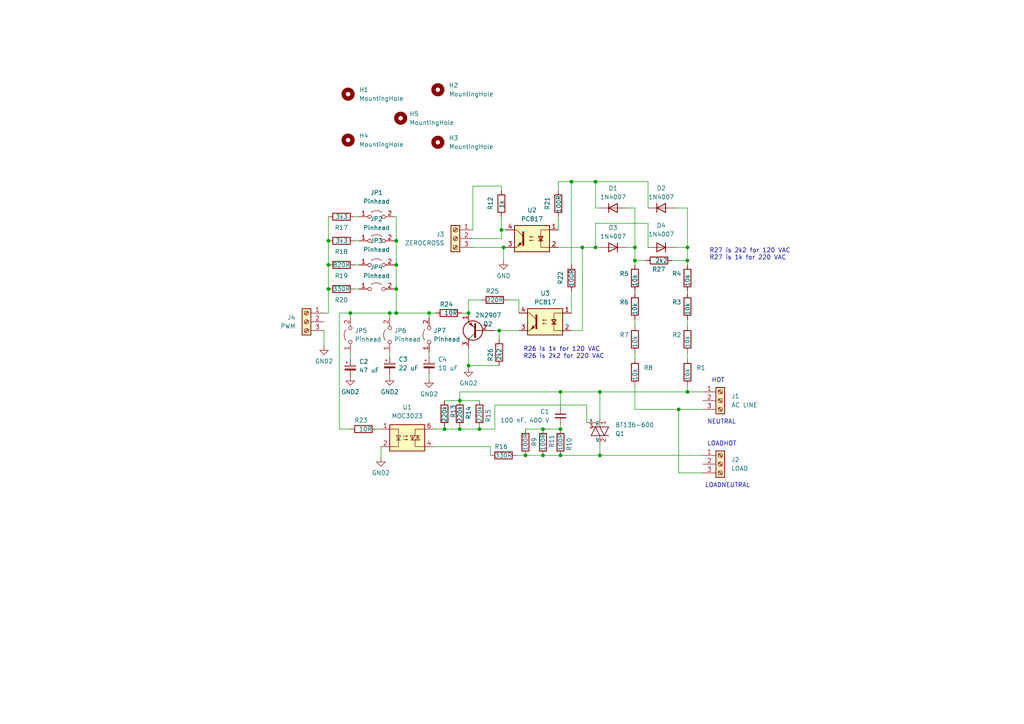
<source format=kicad_sch>
(kicad_sch (version 20230121) (generator eeschema)
  (paper "A4")
  (lib_symbols
    (symbol "Connector:Screw_Terminal_01x03" (pin_names (offset 1.016) hide)
      (property "Reference" "J" (at 0 5.08 0))
      (property "Value" "Screw_Terminal_01x03" (at 0 -5.08 0))
      (symbol "Screw_Terminal_01x03_1_1"
        (rectangle (start -1.27 3.81) (end 1.27 -3.81) (stroke (width 0.254)) (fill (type background)))
        (circle (center 0 -2.54) (radius 0.635) (stroke (width 0.1524)))
        (polyline (pts (xy -0.5334 -2.2098) (xy 0.3302 -3.048)) (stroke (width 0.1524)))
        (polyline (pts (xy -0.5334 0.3302) (xy 0.3302 -0.508)) (stroke (width 0.1524)))
        (polyline (pts (xy -0.5334 2.8702) (xy 0.3302 2.032)) (stroke (width 0.1524)))
        (polyline (pts (xy -0.3556 -2.032) (xy 0.508 -2.8702)) (stroke (width 0.1524)))
        (polyline (pts (xy -0.3556 0.508) (xy 0.508 -0.3302)) (stroke (width 0.1524)))
        (polyline (pts (xy -0.3556 3.048) (xy 0.508 2.2098)) (stroke (width 0.1524)))
        (circle (center 0 0) (radius 0.635) (stroke (width 0.1524)))
        (circle (center 0 2.54) (radius 0.635) (stroke (width 0.1524)))
        (pin passive line (at -5.08 2.54 0) (length 3.81) (name "Pin_1") (number "1"))
        (pin passive line (at -5.08 0 0) (length 3.81) (name "Pin_2") (number "2"))
        (pin passive line (at -5.08 -2.54 0) (length 3.81) (name "Pin_3") (number "3"))
      )
    )
    (symbol "Device:C_Polarized_Small" (pin_numbers hide) (pin_names (offset 0.254) hide)
      (property "Reference" "C" (at 0.254 1.778 0))
      (property "Value" "C_Polarized_Small" (at 0.254 -2.032 0))
      (symbol "C_Polarized_Small_0_1"
        (rectangle (start -1.524 -0.3048) (end 1.524 -0.6858) (fill (type outline)))
        (rectangle (start -1.524 0.6858) (end 1.524 0.3048))
        (polyline (pts (xy -1.27 1.524) (xy -0.762 1.524)))
        (polyline (pts (xy -1.016 1.27) (xy -1.016 1.778)))
      )
      (symbol "C_Polarized_Small_1_1"
        (pin passive line (at 0 2.54 270) (length 1.8542) (name "~") (number "1"))
        (pin passive line (at 0 -2.54 90) (length 1.8542) (name "~") (number "2"))
      )
    )
    (symbol "Device:C_Small" (pin_numbers hide) (pin_names (offset 0.254) hide)
      (property "Reference" "C" (at 0.254 1.778 0))
      (property "Value" "C_Small" (at 0.254 -2.032 0))
      (symbol "C_Small_0_1"
        (polyline (pts (xy -1.524 -0.508) (xy 1.524 -0.508)) (stroke (width 0.3302)))
        (polyline (pts (xy -1.524 0.508) (xy 1.524 0.508)) (stroke (width 0.3048)))
      )
      (symbol "C_Small_1_1"
        (pin passive line (at 0 2.54 270) (length 2.032) (name "~") (number "1"))
        (pin passive line (at 0 -2.54 90) (length 2.032) (name "~") (number "2"))
      )
    )
    (symbol "Device:R" (pin_numbers hide) (pin_names (offset 0))
      (property "Reference" "R" (at 2.032 0 90))
      (property "Value" "R" (at 0 0 90))
      (symbol "R_0_1"
        (rectangle (start -1.016 -2.54) (end 1.016 2.54) (stroke (width 0.254)))
      )
      (symbol "R_1_1"
        (pin passive line (at 0 3.81 270) (length 1.27) (name "~") (number "1"))
        (pin passive line (at 0 -3.81 90) (length 1.27) (name "~") (number "2"))
      )
    )
    (symbol "Diode:1N4007" (pin_numbers hide) (pin_names hide)
      (property "Reference" "D" (at 0 2.54 0))
      (property "Value" "1N4007" (at 0 -2.54 0))
      (symbol "1N4007_0_1"
        (polyline (pts (xy -1.27 1.27) (xy -1.27 -1.27)) (stroke (width 0.254)))
        (polyline (pts (xy 1.27 0) (xy -1.27 0)))
        (polyline (pts (xy 1.27 1.27) (xy 1.27 -1.27) (xy -1.27 0) (xy 1.27 1.27)) (stroke (width 0.254)))
      )
      (symbol "1N4007_1_1"
        (pin passive line (at -3.81 0 0) (length 2.54) (name "K") (number "1"))
        (pin passive line (at 3.81 0 180) (length 2.54) (name "A") (number "2"))
      )
    )
    (symbol "Isolator:PC817" (pin_names (offset 1.016))
      (property "Reference" "U" (at -5.08 5.08 0))
      (property "Value" "PC817" (at 0 5.08 0))
      (symbol "PC817_0_1"
        (rectangle (start -5.08 3.81) (end 5.08 -3.81) (stroke (width 0.254)) (fill (type background)))
        (polyline (pts (xy -3.175 -0.635) (xy -1.905 -0.635)) (stroke (width 0.254)))
        (polyline (pts (xy 2.54 0.635) (xy 4.445 2.54)))
        (polyline (pts (xy 4.445 -2.54) (xy 2.54 -0.635)) (fill (type outline)))
        (polyline (pts (xy 4.445 -2.54) (xy 5.08 -2.54)))
        (polyline (pts (xy 4.445 2.54) (xy 5.08 2.54)))
        (polyline (pts (xy -5.08 2.54) (xy -2.54 2.54) (xy -2.54 -0.635)))
        (polyline (pts (xy -2.54 -0.635) (xy -2.54 -2.54) (xy -5.08 -2.54)))
        (polyline (pts (xy 2.54 1.905) (xy 2.54 -1.905) (xy 2.54 -1.905)) (stroke (width 0.508)))
        (polyline (pts (xy -2.54 -0.635) (xy -3.175 0.635) (xy -1.905 0.635) (xy -2.54 -0.635)) (stroke (width 0.254)))
        (polyline (pts (xy -0.508 -0.508) (xy 0.762 -0.508) (xy 0.381 -0.635) (xy 0.381 -0.381) (xy 0.762 -0.508)))
        (polyline (pts (xy -0.508 0.508) (xy 0.762 0.508) (xy 0.381 0.381) (xy 0.381 0.635) (xy 0.762 0.508)))
        (polyline (pts (xy 3.048 -1.651) (xy 3.556 -1.143) (xy 4.064 -2.159) (xy 3.048 -1.651) (xy 3.048 -1.651)) (fill (type outline)))
      )
      (symbol "PC817_1_1"
        (pin passive line (at -7.62 2.54 0) (length 2.54) (name "~") (number "1"))
        (pin passive line (at -7.62 -2.54 0) (length 2.54) (name "~") (number "2"))
        (pin passive line (at 7.62 -2.54 180) (length 2.54) (name "~") (number "3"))
        (pin passive line (at 7.62 2.54 180) (length 2.54) (name "~") (number "4"))
      )
    )
    (symbol "Jumper:Jumper_2_Open" (pin_names (offset 0) hide)
      (property "Reference" "JP" (at 0 2.794 0))
      (property "Value" "Jumper_2_Open" (at 0 -2.286 0))
      (symbol "Jumper_2_Open_0_0"
        (circle (center -2.032 0) (radius 0.508))
        (circle (center 2.032 0) (radius 0.508))
      )
      (symbol "Jumper_2_Open_0_1"
        (arc (start 1.524 1.27) (mid 0 1.778) (end -1.524 1.27))
      )
      (symbol "Jumper_2_Open_1_1"
        (pin passive line (at -5.08 0 0) (length 2.54) (name "A") (number "1"))
        (pin passive line (at 5.08 0 180) (length 2.54) (name "B") (number "2"))
      )
    )
    (symbol "Mechanical:MountingHole" (pin_names (offset 1.016))
      (property "Reference" "H" (at 0 5.08 0))
      (property "Value" "MountingHole" (at 0 3.175 0))
      (symbol "MountingHole_0_1"
        (circle (center 0 0) (radius 1.27) (stroke (width 1.27)))
      )
    )
    (symbol "Relay_SolidState:MOC3020M"
      (property "Reference" "U" (at -5.334 4.826 0))
      (property "Value" "MOC3020M" (at 0 5.08 0))
      (symbol "MOC3020M_0_1"
        (rectangle (start -5.08 3.81) (end 5.08 -3.81) (stroke (width 0.254)) (fill (type background)))
        (polyline (pts (xy -3.175 -0.635) (xy -1.905 -0.635)))
        (polyline (pts (xy 1.524 -0.635) (xy 1.524 0.635)))
        (polyline (pts (xy 3.048 0.635) (xy 3.048 -0.635)))
        (polyline (pts (xy 2.286 -0.635) (xy 2.286 -2.54) (xy 5.08 -2.54)))
        (polyline (pts (xy 2.286 0.635) (xy 2.286 2.54) (xy 5.08 2.54)))
        (polyline (pts (xy -5.08 2.54) (xy -2.54 2.54) (xy -2.54 -2.54) (xy -5.08 -2.54)))
        (polyline (pts (xy -2.54 -0.635) (xy -3.175 0.635) (xy -1.905 0.635) (xy -2.54 -0.635)))
        (polyline (pts (xy 0.889 -0.635) (xy 3.683 -0.635) (xy 3.048 0.635) (xy 2.413 -0.635)))
        (polyline (pts (xy 3.683 0.635) (xy 0.889 0.635) (xy 1.524 -0.635) (xy 2.159 0.635)))
        (polyline (pts (xy -1.143 -0.508) (xy 0.127 -0.508) (xy -0.254 -0.635) (xy -0.254 -0.381) (xy 0.127 -0.508)))
        (polyline (pts (xy -1.143 0.508) (xy 0.127 0.508) (xy -0.254 0.381) (xy -0.254 0.635) (xy 0.127 0.508)))
      )
      (symbol "MOC3020M_1_1"
        (pin passive line (at -7.62 2.54 0) (length 2.54) (name "~") (number "1"))
        (pin passive line (at -7.62 -2.54 0) (length 2.54) (name "~") (number "2"))
        (pin no_connect line (at -5.08 0 0) (length 2.54) hide (name "NC") (number "3"))
        (pin passive line (at 7.62 -2.54 180) (length 2.54) (name "~") (number "4"))
        (pin no_connect line (at 5.08 0 180) (length 2.54) hide (name "NC") (number "5"))
        (pin passive line (at 7.62 2.54 180) (length 2.54) (name "~") (number "6"))
      )
    )
    (symbol "Transistor_BJT:2N3906" (pin_names (offset 0) hide)
      (property "Reference" "Q" (at 5.08 1.905 0))
      (property "Value" "2N3906" (at 5.08 0 0))
      (symbol "2N3906_0_1"
        (polyline (pts (xy 0.635 0.635) (xy 2.54 2.54)))
        (polyline (pts (xy 0.635 -0.635) (xy 2.54 -2.54) (xy 2.54 -2.54)))
        (polyline (pts (xy 0.635 1.905) (xy 0.635 -1.905) (xy 0.635 -1.905)) (stroke (width 0.508)))
        (polyline (pts (xy 2.286 -1.778) (xy 1.778 -2.286) (xy 1.27 -1.27) (xy 2.286 -1.778) (xy 2.286 -1.778)) (fill (type outline)))
        (circle (center 1.27 0) (radius 2.8194) (stroke (width 0.254)))
      )
      (symbol "2N3906_1_1"
        (pin passive line (at 2.54 -5.08 90) (length 2.54) (name "E") (number "1"))
        (pin input line (at -5.08 0 0) (length 5.715) (name "B") (number "2"))
        (pin passive line (at 2.54 5.08 270) (length 2.54) (name "C") (number "3"))
      )
    )
    (symbol "Triac_Thyristor:BT136-600" (pin_names (offset 0))
      (property "Reference" "Q" (at 5.08 1.905 0))
      (property "Value" "BT136-600" (at 5.08 0 0))
      (symbol "BT136-600_0_1"
        (polyline (pts (xy -2.54 -1.27) (xy 2.54 -1.27)) (stroke (width 0.2032)))
        (polyline (pts (xy -2.54 1.27) (xy 2.54 1.27)) (stroke (width 0.2032)))
        (polyline (pts (xy -1.27 -2.54) (xy -0.635 -1.27)))
        (polyline (pts (xy -2.54 1.27) (xy -1.27 -1.27) (xy 0 1.27)) (stroke (width 0.2032)))
        (polyline (pts (xy 0 -1.27) (xy 1.27 1.27) (xy 2.54 -1.27)) (stroke (width 0.2032)))
      )
      (symbol "BT136-600_1_1"
        (pin passive line (at 0 -3.81 90) (length 2.54) (name "A1") (number "1"))
        (pin passive line (at 0 3.81 270) (length 2.54) (name "A2") (number "2"))
        (pin input line (at -3.81 -2.54 0) (length 2.54) (name "G") (number "3"))
      )
    )
    (symbol "power:GND" (power) (pin_names (offset 0))
      (property "Value" "GND" (at 0 -3.81 0))
      (symbol "GND_0_1"
        (polyline (pts (xy 0 0) (xy 0 -1.27) (xy 1.27 -1.27) (xy 0 -2.54) (xy -1.27 -1.27) (xy 0 -1.27)))
      )
      (symbol "GND_1_1"
        (pin power_in line (at 0 0 270) (length 0) hide (name "GND") (number "1"))
      )
    )
    (symbol "power:GND2" (power) (pin_names (offset 0))
      (property "Value" "GND2" (at 0 -3.81 0))
      (symbol "GND2_0_1"
        (polyline (pts (xy 0 0) (xy 0 -1.27) (xy 1.27 -1.27) (xy 0 -2.54) (xy -1.27 -1.27) (xy 0 -1.27)))
      )
      (symbol "GND2_1_1"
        (pin power_in line (at 0 0 270) (length 0) hide (name "GND2") (number "1"))
      )
    )
  )
  (junction (at 135.89 90.805))
  (junction (at 114.935 76.835))
  (junction (at 135.89 106.045))
  (junction (at 95.25 76.835))
  (junction (at 113.03 90.805))
  (junction (at 199.39 113.665))
  (junction (at 145.415 66.675))
  (junction (at 144.78 95.885))
  (junction (at 172.72 52.705))
  (junction (at 128.905 124.46))
  (junction (at 199.39 71.755))
  (junction (at 184.15 75.565))
  (junction (at 152.4 132.08))
  (junction (at 168.91 71.755))
  (junction (at 173.99 132.08))
  (junction (at 173.99 113.665))
  (junction (at 162.56 124.46))
  (junction (at 114.935 69.85))
  (junction (at 199.39 75.565))
  (junction (at 184.15 71.755))
  (junction (at 165.735 52.705))
  (junction (at 101.6 90.805))
  (junction (at 95.25 83.82))
  (junction (at 139.065 124.46))
  (junction (at 146.05 71.755))
  (junction (at 196.85 118.745))
  (junction (at 172.72 71.755))
  (junction (at 162.56 132.08))
  (junction (at 157.48 124.46))
  (junction (at 133.35 116.205))
  (junction (at 157.48 132.08))
  (junction (at 124.46 90.805))
  (junction (at 114.935 90.805))
  (junction (at 162.56 113.665))
  (junction (at 95.25 69.85))
  (junction (at 114.935 83.82))
  (junction (at 133.35 124.46))
  (wire (pts (xy 124.46 108.585) (xy 124.46 109.855)))
  (wire (pts (xy 194.945 75.565) (xy 199.39 75.565)))
  (wire (pts (xy 102.87 83.82) (xy 104.14 83.82)))
  (wire (pts (xy 195.58 71.755) (xy 199.39 71.755)))
  (wire (pts (xy 170.18 122.555) (xy 170.18 117.475)))
  (wire (pts (xy 135.89 86.995) (xy 139.7 86.995)))
  (wire (pts (xy 199.39 102.235) (xy 199.39 104.14)))
  (wire (pts (xy 137.16 69.215) (xy 145.415 69.215)))
  (wire (pts (xy 150.495 86.995) (xy 147.32 86.995)))
  (wire (pts (xy 135.89 106.045) (xy 135.89 106.68)))
  (wire (pts (xy 109.22 124.46) (xy 110.49 124.46)))
  (wire (pts (xy 172.72 60.325) (xy 172.72 52.705)))
  (wire (pts (xy 139.065 124.46) (xy 143.51 124.46)))
  (wire (pts (xy 101.6 90.805) (xy 101.6 92.075)))
  (wire (pts (xy 145.415 66.675) (xy 146.685 66.675)))
  (wire (pts (xy 184.15 60.325) (xy 181.61 60.325)))
  (wire (pts (xy 199.39 71.755) (xy 199.39 75.565)))
  (wire (pts (xy 114.935 76.835) (xy 114.3 76.835)))
  (wire (pts (xy 161.925 55.245) (xy 161.925 52.705)))
  (wire (pts (xy 143.51 95.885) (xy 144.78 95.885)))
  (wire (pts (xy 124.46 102.235) (xy 124.46 103.505)))
  (wire (pts (xy 199.39 113.665) (xy 203.835 113.665)))
  (wire (pts (xy 199.39 75.565) (xy 199.39 76.835)))
  (wire (pts (xy 168.91 95.885) (xy 165.735 95.885)))
  (wire (pts (xy 95.25 76.835) (xy 95.25 83.82)))
  (wire (pts (xy 161.925 71.755) (xy 168.91 71.755)))
  (wire (pts (xy 124.46 90.805) (xy 124.46 92.075)))
  (wire (pts (xy 144.78 95.885) (xy 144.78 98.425)))
  (wire (pts (xy 162.56 132.08) (xy 157.48 132.08)))
  (wire (pts (xy 113.03 90.805) (xy 114.935 90.805)))
  (wire (pts (xy 137.16 53.975) (xy 145.415 53.975)))
  (wire (pts (xy 135.89 100.965) (xy 135.89 106.045)))
  (wire (pts (xy 184.15 71.755) (xy 184.15 60.325)))
  (wire (pts (xy 162.56 113.665) (xy 162.56 118.11)))
  (wire (pts (xy 95.25 90.805) (xy 93.98 90.805)))
  (wire (pts (xy 157.48 124.46) (xy 152.4 124.46)))
  (wire (pts (xy 146.05 71.755) (xy 146.685 71.755)))
  (wire (pts (xy 162.56 113.665) (xy 173.99 113.665)))
  (wire (pts (xy 162.56 132.08) (xy 173.99 132.08)))
  (wire (pts (xy 152.4 132.08) (xy 157.48 132.08)))
  (wire (pts (xy 187.96 71.755) (xy 187.96 64.77)))
  (wire (pts (xy 114.935 62.865) (xy 114.3 62.865)))
  (wire (pts (xy 199.39 111.76) (xy 199.39 113.665)))
  (wire (pts (xy 162.56 123.19) (xy 162.56 124.46)))
  (wire (pts (xy 199.39 71.755) (xy 199.39 60.325)))
  (wire (pts (xy 114.935 69.85) (xy 114.935 76.835)))
  (wire (pts (xy 110.49 129.54) (xy 110.49 132.715)))
  (wire (pts (xy 168.91 71.755) (xy 168.91 95.885)))
  (wire (pts (xy 145.415 69.215) (xy 145.415 66.675)))
  (wire (pts (xy 93.98 95.885) (xy 93.98 100.33)))
  (wire (pts (xy 184.15 92.71) (xy 184.15 94.615)))
  (wire (pts (xy 125.73 124.46) (xy 128.905 124.46)))
  (wire (pts (xy 114.935 90.805) (xy 124.46 90.805)))
  (wire (pts (xy 173.99 132.08) (xy 203.835 132.08)))
  (wire (pts (xy 172.72 64.77) (xy 172.72 71.755)))
  (wire (pts (xy 150.495 90.805) (xy 150.495 86.995)))
  (wire (pts (xy 173.99 113.665) (xy 199.39 113.665)))
  (wire (pts (xy 170.18 117.475) (xy 143.51 117.475)))
  (wire (pts (xy 184.15 71.755) (xy 181.61 71.755)))
  (wire (pts (xy 114.935 83.82) (xy 114.935 90.805)))
  (wire (pts (xy 184.15 102.235) (xy 184.15 104.14)))
  (wire (pts (xy 184.15 75.565) (xy 187.325 75.565)))
  (wire (pts (xy 139.065 124.46) (xy 133.35 124.46)))
  (wire (pts (xy 137.16 71.755) (xy 146.05 71.755)))
  (wire (pts (xy 137.16 66.675) (xy 137.16 53.975)))
  (wire (pts (xy 114.935 83.82) (xy 114.3 83.82)))
  (wire (pts (xy 161.925 52.705) (xy 165.735 52.705)))
  (wire (pts (xy 133.35 116.205) (xy 139.065 116.205)))
  (wire (pts (xy 95.25 69.85) (xy 95.25 76.835)))
  (wire (pts (xy 203.835 118.745) (xy 196.85 118.745)))
  (wire (pts (xy 172.72 52.705) (xy 187.96 52.705)))
  (wire (pts (xy 168.91 71.755) (xy 172.72 71.755)))
  (wire (pts (xy 142.24 129.54) (xy 142.24 132.08)))
  (wire (pts (xy 114.935 76.835) (xy 114.935 83.82)))
  (wire (pts (xy 199.39 84.455) (xy 199.39 85.09)))
  (wire (pts (xy 102.87 69.85) (xy 104.14 69.85)))
  (wire (pts (xy 98.425 124.46) (xy 101.6 124.46)))
  (wire (pts (xy 162.56 113.665) (xy 133.35 113.665)))
  (wire (pts (xy 196.85 137.16) (xy 203.835 137.16)))
  (wire (pts (xy 143.51 117.475) (xy 143.51 124.46)))
  (wire (pts (xy 165.735 52.705) (xy 172.72 52.705)))
  (wire (pts (xy 124.46 90.805) (xy 126.365 90.805)))
  (wire (pts (xy 187.96 64.77) (xy 172.72 64.77)))
  (wire (pts (xy 101.6 90.805) (xy 113.03 90.805)))
  (wire (pts (xy 184.15 84.455) (xy 184.15 85.09)))
  (wire (pts (xy 113.03 90.805) (xy 113.03 92.075)))
  (wire (pts (xy 133.35 124.46) (xy 133.35 123.825)))
  (wire (pts (xy 161.925 62.865) (xy 161.925 66.675)))
  (wire (pts (xy 135.89 106.045) (xy 144.78 106.045)))
  (wire (pts (xy 173.99 128.905) (xy 173.99 132.08)))
  (wire (pts (xy 173.99 60.325) (xy 172.72 60.325)))
  (wire (pts (xy 199.39 92.71) (xy 199.39 94.615)))
  (wire (pts (xy 114.935 62.865) (xy 114.935 69.85)))
  (wire (pts (xy 149.86 132.08) (xy 152.4 132.08)))
  (wire (pts (xy 133.985 90.805) (xy 135.89 90.805)))
  (wire (pts (xy 144.78 95.885) (xy 150.495 95.885)))
  (wire (pts (xy 128.905 116.205) (xy 133.35 116.205)))
  (wire (pts (xy 133.35 124.46) (xy 128.905 124.46)))
  (wire (pts (xy 101.6 102.235) (xy 101.6 104.14)))
  (wire (pts (xy 196.85 118.745) (xy 184.15 118.745)))
  (wire (pts (xy 184.15 75.565) (xy 184.15 71.755)))
  (wire (pts (xy 157.48 124.46) (xy 162.56 124.46)))
  (wire (pts (xy 145.415 62.865) (xy 145.415 66.675)))
  (wire (pts (xy 113.03 109.22) (xy 113.03 108.585)))
  (wire (pts (xy 133.35 113.665) (xy 133.35 116.205)))
  (wire (pts (xy 173.99 113.665) (xy 173.99 121.285)))
  (wire (pts (xy 187.96 52.705) (xy 187.96 60.325)))
  (wire (pts (xy 125.73 129.54) (xy 142.24 129.54)))
  (wire (pts (xy 145.415 53.975) (xy 145.415 55.245)))
  (wire (pts (xy 101.6 90.805) (xy 98.425 90.805)))
  (wire (pts (xy 172.72 71.755) (xy 173.99 71.755)))
  (wire (pts (xy 146.05 75.565) (xy 146.05 71.755)))
  (wire (pts (xy 199.39 60.325) (xy 195.58 60.325)))
  (wire (pts (xy 114.935 69.85) (xy 114.3 69.85)))
  (wire (pts (xy 95.25 83.82) (xy 95.25 90.805)))
  (wire (pts (xy 95.25 62.865) (xy 95.25 69.85)))
  (wire (pts (xy 98.425 90.805) (xy 98.425 124.46)))
  (wire (pts (xy 184.15 111.76) (xy 184.15 118.745)))
  (wire (pts (xy 184.15 76.835) (xy 184.15 75.565)))
  (wire (pts (xy 196.85 118.745) (xy 196.85 137.16)))
  (wire (pts (xy 102.87 76.835) (xy 104.14 76.835)))
  (wire (pts (xy 135.89 90.805) (xy 135.89 86.995)))
  (wire (pts (xy 102.87 62.865) (xy 104.14 62.865)))
  (wire (pts (xy 139.065 124.46) (xy 139.065 123.825)))
  (wire (pts (xy 165.735 84.455) (xy 165.735 90.805)))
  (wire (pts (xy 165.735 76.835) (xy 165.735 52.705)))
  (wire (pts (xy 128.905 124.46) (xy 128.905 123.825)))
  (wire (pts (xy 113.03 102.235) (xy 113.03 103.505)))
  (text "R26 is 1k for 120 VAC\nR26 is 2k2 for 220 VAC" (at 151.765 104.14 0) (effects (font (size 1.27 1.27)) (justify left bottom)))
  (text "LOADNEUTRAL" (at 204.47 141.605 0) (effects (font (size 1.27 1.27)) (justify left bottom)))
  (text "R27 is 2k2 for 120 VAC\nR27 is 1k for 220 VAC" (at 205.74 75.565 0) (effects (font (size 1.27 1.27)) (justify left bottom)))
  (text "NEUTRAL" (at 205.105 123.19 0) (effects (font (size 1.27 1.27)) (justify left bottom)))
  (text "LOADHOT" (at 205.105 129.54 0) (effects (font (size 1.27 1.27)) (justify left bottom)))
  (text "HOT" (at 206.375 111.125 0) (effects (font (size 1.27 1.27)) (justify left bottom)))
  (symbol (lib_id "Device:R") (at 162.56 128.27 0) (unit 1)
    (property "Reference" "R10" (at 165.1 130.81 90) (effects (justify left)))
    (property "Value" "100R" (at 162.56 130.81 90) (effects (justify left)))
    (property "Footprint" "Resistor_THT:R_Axial_DIN0207_L6.3mm_D2.5mm_P7.62mm_Horizontal" (effects hide))
  )
  (symbol (lib_id "Device:C_Polarized_Small") (at 124.46 106.045 0) (unit 1)
    (property "Reference" "C4" (at 127 104.2289 0) (effects (justify left)))
    (property "Value" "10 uF" (at 127 106.7689 0) (effects (justify left)))
    (property "Footprint" "Capacitor_THT:CP_Radial_D5.0mm_P2.50mm" (effects hide))
  )
  (symbol (lib_id "Device:R") (at 152.4 128.27 0) (unit 1)
    (property "Reference" "R9" (at 154.94 129.54 90) (effects (justify left)))
    (property "Value" "100R" (at 152.4 130.81 90) (effects (justify left)))
    (property "Footprint" "Resistor_THT:R_Axial_DIN0207_L6.3mm_D2.5mm_P7.62mm_Horizontal" (effects hide))
  )
  (symbol (lib_id "Isolator:PC817") (at 154.305 69.215 0) (mirror y) (unit 1)
    (property "Reference" "U2" (at 154.305 60.96 0))
    (property "Value" "PC817" (at 154.305 63.5 0))
    (property "Footprint" "Package_DIP:DIP-4_W7.62mm" (effects hide))
    (property "Datasheet" "http://www.soselectronic.cz/a_info/resource/d/pc817.pdf" (effects hide))
  )
  (symbol (lib_id "power:GND2") (at 135.89 106.68 0) (unit 1)
    (property "Reference" "#PWR02" (effects hide))
    (property "Value" "GND2" (at 135.89 111.125 0))
  )
  (symbol (lib_id "Diode:1N4007") (at 191.77 60.325 0) (unit 1)
    (property "Reference" "D2" (at 191.77 54.61 0))
    (property "Value" "1N4007" (at 191.77 57.15 0))
    (property "Footprint" "Diode_THT:D_DO-41_SOD81_P7.62mm_Horizontal" (effects hide))
    (property "Datasheet" "http://www.vishay.com/docs/88503/1n4001.pdf" (effects hide))
    (property "Sim.Device" "D" (effects hide))
    (property "Sim.Pins" "1=K 2=A" (effects hide))
  )
  (symbol (lib_id "Device:R") (at 143.51 86.995 90) (unit 1)
    (property "Reference" "R25" (at 144.78 84.455 90) (effects (justify left)))
    (property "Value" "220R" (at 146.05 86.995 90) (effects (justify left)))
    (property "Footprint" "Resistor_THT:R_Axial_DIN0207_L6.3mm_D2.5mm_P7.62mm_Horizontal" (effects hide))
  )
  (symbol (lib_id "Device:R") (at 161.925 59.055 0) (unit 1)
    (property "Reference" "R21" (at 158.75 60.96 90) (effects (justify left)))
    (property "Value" "100R" (at 162.052 61.722 90) (effects (justify left)))
    (property "Footprint" "Resistor_THT:R_Axial_DIN0207_L6.3mm_D2.5mm_P7.62mm_Horizontal" (effects hide))
  )
  (symbol (lib_id "Connector:Screw_Terminal_01x03") (at 132.08 69.215 0) (mirror y) (unit 1)
    (property "Reference" "J3" (at 128.905 67.945 0) (effects (justify left)))
    (property "Value" "ZEROCROSS" (at 128.905 70.485 0) (effects (justify left)))
    (property "Footprint" "TerminalBlock:TerminalBlock_bornier-3_P5.08mm" (effects hide))
  )
  (symbol (lib_id "power:GND") (at 146.05 75.565 0) (unit 1)
    (property "Reference" "#PWR01" (effects hide))
    (property "Value" "GND" (at 146.05 80.01 0))
  )
  (symbol (lib_id "Isolator:PC817") (at 158.115 93.345 0) (mirror y) (unit 1)
    (property "Reference" "U3" (at 158.115 85.09 0))
    (property "Value" "PC817" (at 158.115 87.63 0))
    (property "Footprint" "Package_DIP:DIP-4_W7.62mm" (effects hide))
    (property "Datasheet" "http://www.soselectronic.cz/a_info/resource/d/pc817.pdf" (effects hide))
  )
  (symbol (lib_id "Relay_SolidState:MOC3020M") (at 118.11 127 0) (unit 1)
    (property "Reference" "U1" (at 118.11 118.11 0))
    (property "Value" "MOC3023" (at 118.11 120.65 0))
    (property "Footprint" "Package_DIP:DIP-6_W7.62mm_Socket" (effects hide))
    (property "Datasheet" "https://www.onsemi.com/pub/Collateral/MOC3023M-D.PDF" (effects hide))
  )
  (symbol (lib_id "Jumper:Jumper_2_Open") (at 109.22 69.85 0) (unit 1)
    (property "Reference" "JP2" (at 109.22 63.5 0))
    (property "Value" "Pinhead" (at 109.22 66.04 0))
    (property "Footprint" "Connector_PinHeader_2.54mm:PinHeader_1x02_P2.54mm_Vertical" (effects hide))
  )
  (symbol (lib_id "Jumper:Jumper_2_Open") (at 124.46 97.155 90) (unit 1)
    (property "Reference" "JP7" (at 125.73 95.885 90) (effects (justify right)))
    (property "Value" "Pinhead" (at 125.73 98.425 90) (effects (justify right)))
    (property "Footprint" "Connector_PinHeader_2.54mm:PinHeader_1x02_P2.54mm_Vertical" (effects hide))
  )
  (symbol (lib_id "Device:R") (at 184.15 88.9 0) (unit 1)
    (property "Reference" "R6" (at 179.705 87.63 0) (effects (justify left)))
    (property "Value" "10k" (at 184.15 91.44 90) (effects (justify left)))
    (property "Footprint" "Resistor_THT:R_Axial_DIN0207_L6.3mm_D2.5mm_P7.62mm_Horizontal" (effects hide))
  )
  (symbol (lib_id "Mechanical:MountingHole") (at 127 26.035 0) (unit 1)
    (property "Reference" "H2" (at 130.175 24.765 0) (effects (justify left)))
    (property "Value" "MountingHole" (at 130.175 27.305 0) (effects (justify left)))
    (property "Footprint" "MountingHole:MountingHole_3.2mm_M3" (effects hide))
  )
  (symbol (lib_id "Mechanical:MountingHole") (at 100.965 27.305 0) (unit 1)
    (property "Reference" "H1" (at 104.14 26.035 0) (effects (justify left)))
    (property "Value" "MountingHole" (at 104.14 28.575 0) (effects (justify left)))
    (property "Footprint" "MountingHole:MountingHole_3.2mm_M3" (effects hide))
  )
  (symbol (lib_id "Device:R") (at 130.175 90.805 90) (unit 1)
    (property "Reference" "R24" (at 131.445 88.265 90) (effects (justify left)))
    (property "Value" "10R" (at 132.715 90.805 90) (effects (justify left)))
    (property "Footprint" "Resistor_THT:R_Axial_DIN0207_L6.3mm_D2.5mm_P7.62mm_Horizontal" (effects hide))
  )
  (symbol (lib_id "Device:R") (at 146.05 132.08 90) (unit 1)
    (property "Reference" "R16" (at 147.32 129.54 90) (effects (justify left)))
    (property "Value" "330R" (at 148.59 132.08 90) (effects (justify left)))
    (property "Footprint" "Resistor_THT:R_Axial_DIN0207_L6.3mm_D2.5mm_P7.62mm_Horizontal" (effects hide))
  )
  (symbol (lib_id "Device:R") (at 199.39 80.645 0) (unit 1)
    (property "Reference" "R4" (at 194.945 79.375 0) (effects (justify left)))
    (property "Value" "10k" (at 199.39 83.185 90) (effects (justify left)))
    (property "Footprint" "Resistor_THT:R_Axial_DIN0207_L6.3mm_D2.5mm_P7.62mm_Horizontal" (effects hide))
  )
  (symbol (lib_id "Jumper:Jumper_2_Open") (at 109.22 62.865 0) (unit 1)
    (property "Reference" "JP1" (at 109.22 55.88 0))
    (property "Value" "Pinhead" (at 109.22 58.42 0))
    (property "Footprint" "Connector_PinHeader_2.54mm:PinHeader_1x02_P2.54mm_Vertical" (effects hide))
  )
  (symbol (lib_id "Device:R") (at 99.06 83.82 90) (unit 1)
    (property "Reference" "R20" (at 100.965 86.995 90) (effects (justify left)))
    (property "Value" "330R" (at 101.6 83.82 90) (effects (justify left)))
    (property "Footprint" "Resistor_THT:R_Axial_DIN0207_L6.3mm_D2.5mm_P7.62mm_Horizontal" (effects hide))
  )
  (symbol (lib_id "power:GND2") (at 124.46 109.855 0) (unit 1)
    (property "Reference" "#PWR06" (effects hide))
    (property "Value" "GND2" (at 124.46 114.3 0))
  )
  (symbol (lib_id "power:GND2") (at 113.03 109.22 0) (unit 1)
    (property "Reference" "#PWR05" (effects hide))
    (property "Value" "GND2" (at 113.03 113.665 0))
  )
  (symbol (lib_id "Device:R") (at 99.06 62.865 90) (unit 1)
    (property "Reference" "R17" (at 100.965 66.04 90) (effects (justify left)))
    (property "Value" "3k3" (at 100.965 62.865 90) (effects (justify left)))
    (property "Footprint" "Resistor_THT:R_Axial_DIN0207_L6.3mm_D2.5mm_P7.62mm_Horizontal" (effects hide))
  )
  (symbol (lib_id "Triac_Thyristor:BT136-600") (at 173.99 125.095 0) (mirror x) (unit 1)
    (property "Reference" "Q1" (at 178.435 125.7808 0) (effects (justify left)))
    (property "Value" "BT136-600" (at 178.435 123.2408 0) (effects (justify left)))
    (property "Footprint" "Package_TO_SOT_THT:TO-220-3_Vertical" (effects hide))
    (property "Datasheet" "http://www.micropik.com/PDF/BT136-600.pdf" (effects hide))
  )
  (symbol (lib_id "Mechanical:MountingHole") (at 100.965 40.64 0) (unit 1)
    (property "Reference" "H4" (at 104.14 39.37 0) (effects (justify left)))
    (property "Value" "MountingHole" (at 104.14 41.91 0) (effects (justify left)))
    (property "Footprint" "MountingHole:MountingHole_3.2mm_M3" (effects hide))
  )
  (symbol (lib_id "Device:C_Polarized_Small") (at 101.6 106.68 0) (unit 1)
    (property "Reference" "C2" (at 104.14 104.8639 0) (effects (justify left)))
    (property "Value" "47 uF" (at 104.14 107.4039 0) (effects (justify left)))
    (property "Footprint" "Capacitor_THT:CP_Radial_D5.0mm_P2.50mm" (effects hide))
  )
  (symbol (lib_id "Device:R") (at 99.06 69.85 90) (unit 1)
    (property "Reference" "R18" (at 100.965 73.025 90) (effects (justify left)))
    (property "Value" "3k3" (at 100.965 69.85 90) (effects (justify left)))
    (property "Footprint" "Resistor_THT:R_Axial_DIN0207_L6.3mm_D2.5mm_P7.62mm_Horizontal" (effects hide))
  )
  (symbol (lib_id "Diode:1N4007") (at 177.8 60.325 0) (unit 1)
    (property "Reference" "D1" (at 177.8 54.61 0))
    (property "Value" "1N4007" (at 177.8 57.15 0))
    (property "Footprint" "Diode_THT:D_DO-41_SOD81_P7.62mm_Horizontal" (effects hide))
    (property "Datasheet" "http://www.vishay.com/docs/88503/1n4001.pdf" (effects hide))
    (property "Sim.Device" "D" (effects hide))
    (property "Sim.Pins" "1=K 2=A" (effects hide))
  )
  (symbol (lib_id "Device:R") (at 165.735 80.645 0) (unit 1)
    (property "Reference" "R22" (at 162.56 82.55 90) (effects (justify left)))
    (property "Value" "100R" (at 165.735 83.185 90) (effects (justify left)))
    (property "Footprint" "Resistor_THT:R_Axial_DIN0207_L6.3mm_D2.5mm_P7.62mm_Horizontal" (effects hide))
  )
  (symbol (lib_id "Jumper:Jumper_2_Open") (at 113.03 97.155 90) (unit 1)
    (property "Reference" "JP6" (at 114.3 95.885 90) (effects (justify right)))
    (property "Value" "Pinhead" (at 114.3 98.425 90) (effects (justify right)))
    (property "Footprint" "Connector_PinHeader_2.54mm:PinHeader_1x02_P2.54mm_Vertical" (effects hide))
  )
  (symbol (lib_id "power:GND2") (at 110.49 132.715 0) (unit 1)
    (property "Reference" "#PWR07" (effects hide))
    (property "Value" "GND2" (at 110.49 137.16 0))
  )
  (symbol (lib_id "Device:C_Small") (at 162.56 120.65 0) (mirror y) (unit 1)
    (property "Reference" "C1" (at 159.385 119.3863 0) (effects (justify left)))
    (property "Value" "100 nF, 400 V" (at 159.385 121.9263 0) (effects (justify left)))
    (property "Footprint" "Capacitor_THT:C_Disc_D5.0mm_W2.5mm_P5.00mm" (effects hide))
  )
  (symbol (lib_id "Transistor_BJT:2N3906") (at 138.43 95.885 180) (unit 1)
    (property "Reference" "Q2" (at 142.875 93.98 0) (effects (justify left)))
    (property "Value" "2N2907" (at 145.415 91.44 0) (effects (justify left)))
    (property "Footprint" "Package_TO_SOT_THT:TO-92_Inline_Wide" (effects hide))
    (property "Datasheet" "https://www.onsemi.com/pub/Collateral/2N3906-D.PDF" (effects hide))
  )
  (symbol (lib_id "Device:R") (at 199.39 88.9 0) (unit 1)
    (property "Reference" "R3" (at 194.945 87.63 0) (effects (justify left)))
    (property "Value" "10k" (at 199.39 91.44 90) (effects (justify left)))
    (property "Footprint" "Resistor_THT:R_Axial_DIN0207_L6.3mm_D2.5mm_P7.62mm_Horizontal" (effects hide))
  )
  (symbol (lib_id "Device:R") (at 99.06 76.835 90) (unit 1)
    (property "Reference" "R19" (at 100.965 80.01 90) (effects (justify left)))
    (property "Value" "820R" (at 101.6 76.835 90) (effects (justify left)))
    (property "Footprint" "Resistor_THT:R_Axial_DIN0207_L6.3mm_D2.5mm_P7.62mm_Horizontal" (effects hide))
  )
  (symbol (lib_id "Connector:Screw_Terminal_01x03") (at 88.9 93.345 0) (mirror y) (unit 1)
    (property "Reference" "J4" (at 85.725 92.075 0) (effects (justify left)))
    (property "Value" "PWM" (at 85.725 94.615 0) (effects (justify left)))
    (property "Footprint" "TerminalBlock:TerminalBlock_bornier-3_P5.08mm" (effects hide))
  )
  (symbol (lib_id "Device:C_Polarized_Small") (at 113.03 106.045 0) (unit 1)
    (property "Reference" "C3" (at 115.57 104.2289 0) (effects (justify left)))
    (property "Value" "22 uF" (at 115.57 106.7689 0) (effects (justify left)))
    (property "Footprint" "Capacitor_THT:CP_Radial_D5.0mm_P2.50mm" (effects hide))
  )
  (symbol (lib_id "Device:R") (at 191.135 75.565 90) (unit 1)
    (property "Reference" "R27" (at 193.04 78.105 90) (effects (justify left)))
    (property "Value" "2k2" (at 193.675 75.565 90) (effects (justify left)))
    (property "Footprint" "Resistor_THT:R_Axial_DIN0207_L6.3mm_D2.5mm_P7.62mm_Horizontal" (effects hide))
  )
  (symbol (lib_id "Device:R") (at 145.415 59.055 0) (unit 1)
    (property "Reference" "R12" (at 142.24 60.96 90) (effects (justify left)))
    (property "Value" "1k" (at 145.542 60.452 90) (effects (justify left)))
    (property "Footprint" "Resistor_THT:R_Axial_DIN0207_L6.3mm_D2.5mm_P7.62mm_Horizontal" (effects hide))
  )
  (symbol (lib_id "Jumper:Jumper_2_Open") (at 109.22 83.82 0) (unit 1)
    (property "Reference" "JP4" (at 109.22 77.47 0))
    (property "Value" "Pinhead" (at 109.22 80.01 0))
    (property "Footprint" "Connector_PinHeader_2.54mm:PinHeader_1x02_P2.54mm_Vertical" (effects hide))
  )
  (symbol (lib_id "Connector:Screw_Terminal_01x03") (at 208.915 116.205 0) (unit 1)
    (property "Reference" "J1" (at 212.09 114.935 0) (effects (justify left)))
    (property "Value" "AC LINE" (at 212.09 117.475 0) (effects (justify left)))
    (property "Footprint" "TerminalBlock:TerminalBlock_bornier-3_P5.08mm" (effects hide))
  )
  (symbol (lib_id "Device:R") (at 139.065 120.015 0) (unit 1)
    (property "Reference" "R15" (at 141.605 122.555 90) (effects (justify left)))
    (property "Value" "220k" (at 139.065 122.555 90) (effects (justify left)))
    (property "Footprint" "Resistor_THT:R_Axial_DIN0207_L6.3mm_D2.5mm_P7.62mm_Horizontal" (effects hide))
  )
  (symbol (lib_id "power:GND2") (at 93.98 100.33 0) (unit 1)
    (property "Reference" "#PWR04" (effects hide))
    (property "Value" "GND2" (at 93.98 104.775 0))
  )
  (symbol (lib_id "Device:R") (at 144.78 102.235 180) (unit 1)
    (property "Reference" "R26" (at 142.24 100.965 90) (effects (justify left)))
    (property "Value" "2k2" (at 144.78 100.965 90) (effects (justify left)))
    (property "Footprint" "Resistor_THT:R_Axial_DIN0207_L6.3mm_D2.5mm_P7.62mm_Horizontal" (effects hide))
  )
  (symbol (lib_id "Device:R") (at 184.15 107.95 0) (unit 1)
    (property "Reference" "R8" (at 186.69 106.68 0) (effects (justify left)))
    (property "Value" "10k" (at 184.15 110.49 90) (effects (justify left)))
    (property "Footprint" "Resistor_THT:R_Axial_DIN0207_L6.3mm_D2.5mm_P7.62mm_Horizontal" (effects hide))
  )
  (symbol (lib_id "Diode:1N4007") (at 177.8 71.755 180) (unit 1)
    (property "Reference" "D3" (at 177.8 66.04 0))
    (property "Value" "1N4007" (at 177.8 68.58 0))
    (property "Footprint" "Diode_THT:D_DO-41_SOD81_P7.62mm_Horizontal" (effects hide))
    (property "Datasheet" "http://www.vishay.com/docs/88503/1n4001.pdf" (effects hide))
    (property "Sim.Device" "D" (effects hide))
    (property "Sim.Pins" "1=K 2=A" (effects hide))
  )
  (symbol (lib_id "Diode:1N4007") (at 191.77 71.755 180) (unit 1)
    (property "Reference" "D4" (at 191.77 65.405 0))
    (property "Value" "1N4007" (at 191.77 67.945 0))
    (property "Footprint" "Diode_THT:D_DO-41_SOD81_P7.62mm_Horizontal" (effects hide))
    (property "Datasheet" "http://www.vishay.com/docs/88503/1n4001.pdf" (effects hide))
    (property "Sim.Device" "D" (effects hide))
    (property "Sim.Pins" "1=K 2=A" (effects hide))
  )
  (symbol (lib_id "power:GND2") (at 101.6 109.22 0) (unit 1)
    (property "Reference" "#PWR03" (effects hide))
    (property "Value" "GND2" (at 101.6 113.665 0))
  )
  (symbol (lib_id "Mechanical:MountingHole") (at 127 41.275 0) (unit 1)
    (property "Reference" "H3" (at 130.175 40.005 0) (effects (justify left)))
    (property "Value" "MountingHole" (at 130.175 42.545 0) (effects (justify left)))
    (property "Footprint" "MountingHole:MountingHole_3.2mm_M3" (effects hide))
  )
  (symbol (lib_id "Device:R") (at 199.39 107.95 0) (unit 1)
    (property "Reference" "R1" (at 201.93 106.68 0) (effects (justify left)))
    (property "Value" "10k" (at 199.39 110.49 90) (effects (justify left)))
    (property "Footprint" "Resistor_THT:R_Axial_DIN0207_L6.3mm_D2.5mm_P7.62mm_Horizontal" (effects hide))
  )
  (symbol (lib_id "Jumper:Jumper_2_Open") (at 101.6 97.155 90) (unit 1)
    (property "Reference" "JP5" (at 102.87 95.885 90) (effects (justify right)))
    (property "Value" "Pinhead" (at 102.87 98.425 90) (effects (justify right)))
    (property "Footprint" "Connector_PinHeader_2.54mm:PinHeader_1x02_P2.54mm_Vertical" (effects hide))
  )
  (symbol (lib_id "Mechanical:MountingHole") (at 116.205 34.29 0) (unit 1)
    (property "Reference" "H5" (at 118.745 33.02 0) (effects (justify left)))
    (property "Value" "MountingHole" (at 118.745 35.56 0) (effects (justify left)))
    (property "Footprint" "MountingHole:MountingHole_2.1mm" (effects hide))
  )
  (symbol (lib_id "Connector:Screw_Terminal_01x03") (at 208.915 134.62 0) (unit 1)
    (property "Reference" "J2" (at 212.09 133.35 0) (effects (justify left)))
    (property "Value" "LOAD" (at 212.09 135.89 0) (effects (justify left)))
    (property "Footprint" "TerminalBlock:TerminalBlock_bornier-3_P5.08mm" (effects hide))
  )
  (symbol (lib_id "Device:R") (at 133.35 120.015 0) (unit 1)
    (property "Reference" "R14" (at 135.89 121.666 90) (effects (justify left)))
    (property "Value" "220k" (at 133.35 122.555 90) (effects (justify left)))
    (property "Footprint" "Resistor_THT:R_Axial_DIN0207_L6.3mm_D2.5mm_P7.62mm_Horizontal" (effects hide))
  )
  (symbol (lib_id "Jumper:Jumper_2_Open") (at 109.22 76.835 0) (unit 1)
    (property "Reference" "JP3" (at 109.22 69.85 0))
    (property "Value" "Pinhead" (at 109.22 72.39 0))
    (property "Footprint" "Connector_PinHeader_2.54mm:PinHeader_1x02_P2.54mm_Vertical" (effects hide))
  )
  (symbol (lib_id "Device:R") (at 184.15 80.645 0) (unit 1)
    (property "Reference" "R5" (at 179.705 79.375 0) (effects (justify left)))
    (property "Value" "10k" (at 184.15 83.185 90) (effects (justify left)))
    (property "Footprint" "Resistor_THT:R_Axial_DIN0207_L6.3mm_D2.5mm_P7.62mm_Horizontal" (effects hide))
  )
  (symbol (lib_id "Device:R") (at 128.905 120.015 0) (unit 1)
    (property "Reference" "R13" (at 131.445 121.285 90) (effects (justify left)))
    (property "Value" "220k" (at 128.905 122.555 90) (effects (justify left)))
    (property "Footprint" "Resistor_THT:R_Axial_DIN0207_L6.3mm_D2.5mm_P7.62mm_Horizontal" (effects hide))
  )
  (symbol (lib_id "Device:R") (at 184.15 98.425 0) (unit 1)
    (property "Reference" "R7" (at 179.705 97.155 0) (effects (justify left)))
    (property "Value" "10k" (at 184.15 100.965 90) (effects (justify left)))
    (property "Footprint" "Resistor_THT:R_Axial_DIN0207_L6.3mm_D2.5mm_P7.62mm_Horizontal" (effects hide))
  )
  (symbol (lib_id "Device:R") (at 105.41 124.46 90) (unit 1)
    (property "Reference" "R23" (at 106.68 121.92 90) (effects (justify left)))
    (property "Value" "10R" (at 107.95 124.46 90) (effects (justify left)))
    (property "Footprint" "Resistor_THT:R_Axial_DIN0207_L6.3mm_D2.5mm_P7.62mm_Horizontal" (effects hide))
  )
  (symbol (lib_id "Device:R") (at 199.39 98.425 0) (unit 1)
    (property "Reference" "R2" (at 194.945 97.155 0) (effects (justify left)))
    (property "Value" "10k" (at 199.39 100.965 90) (effects (justify left)))
    (property "Footprint" "Resistor_THT:R_Axial_DIN0207_L6.3mm_D2.5mm_P7.62mm_Horizontal" (effects hide))
  )
  (symbol (lib_id "Device:R") (at 157.48 128.27 0) (unit 1)
    (property "Reference" "R11" (at 160.02 129.921 90) (effects (justify left)))
    (property "Value" "100R" (at 157.48 130.81 90) (effects (justify left)))
    (property "Footprint" "Resistor_THT:R_Axial_DIN0207_L6.3mm_D2.5mm_P7.62mm_Horizontal" (effects hide))
  )
)
</source>
